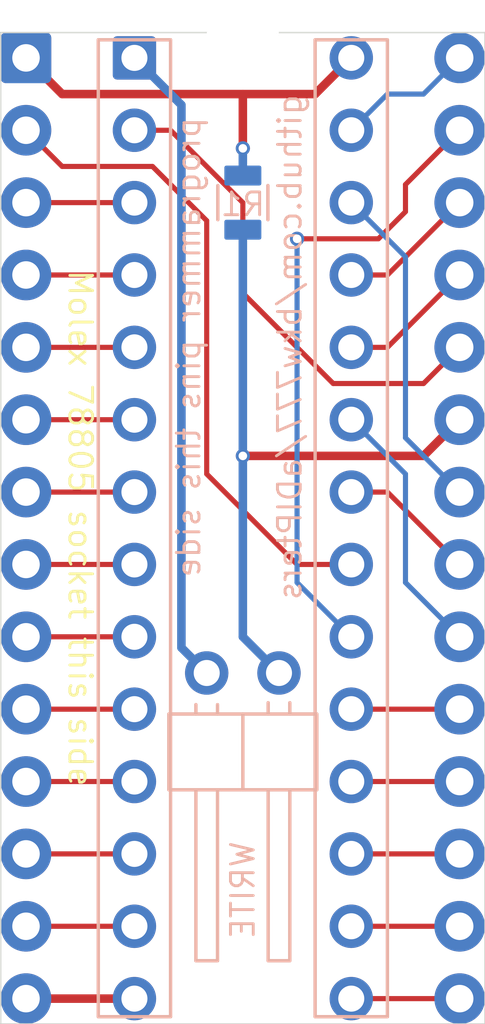
<source format=kicad_pcb>
(kicad_pcb (version 20171130) (host pcbnew 5.1.10-88a1d61d58~88~ubuntu20.10.1)

  (general
    (thickness 1.6)
    (drawings 16)
    (tracks 66)
    (zones 0)
    (modules 5)
    (nets 30)
  )

  (page USLetter)
  (title_block
    (title "M100 option rom 27C256 programming adapter")
    (date 2021-05-02)
    (rev 001)
    (company "Brian K. White - b.kenyon.w@gmail.com")
  )

  (layers
    (0 F.Cu signal)
    (31 B.Cu signal)
    (32 B.Adhes user hide)
    (33 F.Adhes user hide)
    (34 B.Paste user hide)
    (35 F.Paste user hide)
    (36 B.SilkS user)
    (37 F.SilkS user)
    (38 B.Mask user)
    (39 F.Mask user)
    (40 Dwgs.User user hide)
    (41 Cmts.User user hide)
    (42 Eco1.User user hide)
    (43 Eco2.User user hide)
    (44 Edge.Cuts user)
    (45 Margin user hide)
    (46 B.CrtYd user hide)
    (47 F.CrtYd user hide)
    (48 B.Fab user hide)
    (49 F.Fab user hide)
  )

  (setup
    (last_trace_width 0.3)
    (user_trace_width 0.16)
    (user_trace_width 0.2)
    (user_trace_width 0.3)
    (trace_clearance 0.16)
    (zone_clearance 0.508)
    (zone_45_only no)
    (trace_min 0.16)
    (via_size 0.5)
    (via_drill 0.3)
    (via_min_size 0.5)
    (via_min_drill 0.3)
    (uvia_size 0.5)
    (uvia_drill 0.3)
    (uvias_allowed no)
    (uvia_min_size 0.5)
    (uvia_min_drill 0.3)
    (edge_width 0.05)
    (segment_width 0.2)
    (pcb_text_width 0.3)
    (pcb_text_size 1.5 1.5)
    (mod_edge_width 0.12)
    (mod_text_size 1 1)
    (mod_text_width 0.15)
    (pad_size 1.524 1.524)
    (pad_drill 0.9144)
    (pad_to_mask_clearance 0)
    (solder_mask_min_width 0.22)
    (aux_axis_origin 0 0)
    (grid_origin 150 100)
    (visible_elements FFFFFF7F)
    (pcbplotparams
      (layerselection 0x010f0_ffffffff)
      (usegerberextensions true)
      (usegerberattributes false)
      (usegerberadvancedattributes false)
      (creategerberjobfile false)
      (excludeedgelayer true)
      (linewidth 0.100000)
      (plotframeref false)
      (viasonmask false)
      (mode 1)
      (useauxorigin false)
      (hpglpennumber 1)
      (hpglpenspeed 20)
      (hpglpendiameter 15.000000)
      (psnegative false)
      (psa4output false)
      (plotreference true)
      (plotvalue true)
      (plotinvisibletext false)
      (padsonsilk false)
      (subtractmaskfromsilk true)
      (outputformat 1)
      (mirror false)
      (drillshape 0)
      (scaleselection 1)
      (outputdirectory "GERBER_M100_option_rom_27C256_programming_adapter"))
  )

  (net 0 "")
  (net 1 /VCC)
  (net 2 /D3)
  (net 3 /A10)
  (net 4 /D4)
  (net 5 /A7)
  (net 6 /D5)
  (net 7 /A6)
  (net 8 /D6)
  (net 9 /A5)
  (net 10 /D7)
  (net 11 /A4)
  (net 12 /A11)
  (net 13 /A3)
  (net 14 /~OE)
  (net 15 /A2)
  (net 16 /A13)
  (net 17 /A1)
  (net 18 /A0)
  (net 19 /A12)
  (net 20 /D0)
  (net 21 /A9)
  (net 22 /D1)
  (net 23 /A8)
  (net 24 /D2)
  (net 25 /GND)
  (net 26 /A14)
  (net 27 /~CE)
  (net 28 /VPP_VCC)
  (net 29 /VPP)

  (net_class Default "This is the default net class."
    (clearance 0.16)
    (trace_width 0.18)
    (via_dia 0.5)
    (via_drill 0.3)
    (uvia_dia 0.5)
    (uvia_drill 0.3)
    (add_net /A0)
    (add_net /A1)
    (add_net /A10)
    (add_net /A11)
    (add_net /A12)
    (add_net /A13)
    (add_net /A14)
    (add_net /A2)
    (add_net /A3)
    (add_net /A4)
    (add_net /A5)
    (add_net /A6)
    (add_net /A7)
    (add_net /A8)
    (add_net /A9)
    (add_net /D0)
    (add_net /D1)
    (add_net /D2)
    (add_net /D3)
    (add_net /D4)
    (add_net /D5)
    (add_net /D6)
    (add_net /D7)
    (add_net /GND)
    (add_net /VCC)
    (add_net /VPP)
    (add_net /VPP_VCC)
    (add_net /~CE)
    (add_net /~OE)
  )

  (module 000_LOCAL:Molex_78805 (layer F.Cu) (tedit 608EEAE2) (tstamp 5F9F86E2)
    (at 150 100)
    (descr "28-lead though-hole mounted DIP package, row spacing 15.24 mm (600 mils)")
    (tags "THT DIP DIL PDIP 2.54mm 15.24mm 600mil")
    (path /5E5C209E)
    (fp_text reference J1 (at 0 0) (layer F.SilkS) hide
      (effects (font (size 1 1) (thickness 0.15)))
    )
    (fp_text value "Model 100/102/200 Option ROM Socket" (at 0 16.51) (layer F.Fab)
      (effects (font (size 1 1) (thickness 0.15)))
    )
    (fp_text user %R (at 0 0) (layer F.Fab)
      (effects (font (size 1 1) (thickness 0.15)))
    )
    (fp_line (start -8.509 -17.399) (end -8.509 17.399) (layer F.CrtYd) (width 0.01))
    (fp_line (start -8.509 17.399) (end 8.509 17.399) (layer F.CrtYd) (width 0.01))
    (fp_line (start 8.509 17.399) (end 8.509 -17.399) (layer F.CrtYd) (width 0.01))
    (fp_line (start 8.509 -17.399) (end -8.509 -17.399) (layer F.CrtYd) (width 0.01))
    (pad 1 thru_hole roundrect (at -7.62 -16.51) (size 1.778 1.778) (drill 0.9652) (layers *.Cu *.Mask) (roundrect_rratio 0.1)
      (net 1 /VCC))
    (pad 15 thru_hole circle (at 7.62 16.51) (size 1.778 1.778) (drill 0.9652) (layers *.Cu *.Mask)
      (net 2 /D3))
    (pad 2 thru_hole circle (at -7.62 -13.97) (size 1.778 1.778) (drill 0.9652) (layers *.Cu *.Mask)
      (net 3 /A10))
    (pad 16 thru_hole circle (at 7.62 13.97) (size 1.778 1.778) (drill 0.9652) (layers *.Cu *.Mask)
      (net 4 /D4))
    (pad 3 thru_hole circle (at -7.62 -11.43) (size 1.778 1.778) (drill 0.9652) (layers *.Cu *.Mask)
      (net 5 /A7))
    (pad 17 thru_hole circle (at 7.62 11.43) (size 1.778 1.778) (drill 0.9652) (layers *.Cu *.Mask)
      (net 6 /D5))
    (pad 4 thru_hole circle (at -7.62 -8.89) (size 1.778 1.778) (drill 0.9652) (layers *.Cu *.Mask)
      (net 7 /A6))
    (pad 18 thru_hole circle (at 7.62 8.89) (size 1.778 1.778) (drill 0.9652) (layers *.Cu *.Mask)
      (net 8 /D6))
    (pad 5 thru_hole circle (at -7.62 -6.35) (size 1.778 1.778) (drill 0.9652) (layers *.Cu *.Mask)
      (net 9 /A5))
    (pad 19 thru_hole circle (at 7.62 6.35) (size 1.778 1.778) (drill 0.9652) (layers *.Cu *.Mask)
      (net 10 /D7))
    (pad 6 thru_hole circle (at -7.62 -3.81) (size 1.778 1.778) (drill 0.9652) (layers *.Cu *.Mask)
      (net 11 /A4))
    (pad 20 thru_hole circle (at 7.62 3.81) (size 1.778 1.778) (drill 0.9652) (layers *.Cu *.Mask)
      (net 12 /A11))
    (pad 7 thru_hole circle (at -7.62 -1.27) (size 1.778 1.778) (drill 0.9652) (layers *.Cu *.Mask)
      (net 13 /A3))
    (pad 21 thru_hole circle (at 7.62 1.27) (size 1.778 1.778) (drill 0.9652) (layers *.Cu *.Mask)
      (net 14 /~OE))
    (pad 8 thru_hole circle (at -7.62 1.27) (size 1.778 1.778) (drill 0.9652) (layers *.Cu *.Mask)
      (net 15 /A2))
    (pad 22 thru_hole circle (at 7.62 -1.27) (size 1.778 1.778) (drill 0.9652) (layers *.Cu *.Mask)
      (net 16 /A13))
    (pad 9 thru_hole circle (at -7.62 3.81) (size 1.778 1.778) (drill 0.9652) (layers *.Cu *.Mask)
      (net 17 /A1))
    (pad 23 thru_hole circle (at 7.62 -3.81) (size 1.778 1.778) (drill 0.9652) (layers *.Cu *.Mask)
      (net 28 /VPP_VCC))
    (pad 10 thru_hole circle (at -7.62 6.35) (size 1.778 1.778) (drill 0.9652) (layers *.Cu *.Mask)
      (net 18 /A0))
    (pad 24 thru_hole circle (at 7.62 -6.35) (size 1.778 1.778) (drill 0.9652) (layers *.Cu *.Mask)
      (net 19 /A12))
    (pad 11 thru_hole circle (at -7.62 8.89) (size 1.778 1.778) (drill 0.9652) (layers *.Cu *.Mask)
      (net 20 /D0))
    (pad 25 thru_hole circle (at 7.62 -8.89) (size 1.778 1.778) (drill 0.9652) (layers *.Cu *.Mask)
      (net 21 /A9))
    (pad 12 thru_hole circle (at -7.62 11.43) (size 1.778 1.778) (drill 0.9652) (layers *.Cu *.Mask)
      (net 22 /D1))
    (pad 26 thru_hole circle (at 7.62 -11.43) (size 1.778 1.778) (drill 0.9652) (layers *.Cu *.Mask)
      (net 23 /A8))
    (pad 13 thru_hole circle (at -7.62 13.97) (size 1.778 1.778) (drill 0.9652) (layers *.Cu *.Mask)
      (net 24 /D2))
    (pad 27 thru_hole circle (at 7.62 -13.97) (size 1.778 1.778) (drill 0.9652) (layers *.Cu *.Mask)
      (net 27 /~CE))
    (pad 14 thru_hole circle (at -7.62 16.51) (size 1.778 1.778) (drill 0.9652) (layers *.Cu *.Mask)
      (net 25 /GND))
    (pad 28 thru_hole circle (at 7.62 -16.51) (size 1.778 1.778) (drill 0.9652) (layers *.Cu *.Mask)
      (net 26 /A14))
    (model ${KIPRJMOD}/000_LOCAL.pretty/packages3d/Molex_78805.step
      (offset (xyz 0 0 9.906000000000001))
      (scale (xyz 1 1 1))
      (rotate (xyz 0 0 -90))
    )
  )

  (module 000_LOCAL:R_0805 (layer B.Cu) (tedit 5F9E65BE) (tstamp 608F3336)
    (at 150 88.57 90)
    (descr "Resistor SMD 0805, reflow soldering, Vishay (see dcrcw.pdf)")
    (tags "resistor 0805")
    (path /6090F0DE)
    (attr smd)
    (fp_text reference R1 (at -0.06 0 unlocked) (layer B.SilkS)
      (effects (font (size 0.8 0.8) (thickness 0.1)) (justify mirror))
    )
    (fp_text value 47k (at 0 -1.75 90) (layer B.Fab)
      (effects (font (size 1 1) (thickness 0.15)) (justify mirror))
    )
    (fp_text user %R (at 0 0 90) (layer B.Fab)
      (effects (font (size 0.5 0.5) (thickness 0.075)) (justify mirror))
    )
    (fp_line (start -1 -0.62) (end -1 0.62) (layer B.Fab) (width 0.1))
    (fp_line (start 1 -0.62) (end -1 -0.62) (layer B.Fab) (width 0.1))
    (fp_line (start 1 0.62) (end 1 -0.62) (layer B.Fab) (width 0.1))
    (fp_line (start -1 0.62) (end 1 0.62) (layer B.Fab) (width 0.1))
    (fp_line (start 0.6 -0.88) (end -0.6 -0.88) (layer B.SilkS) (width 0.12))
    (fp_line (start -0.6 0.88) (end 0.6 0.88) (layer B.SilkS) (width 0.12))
    (fp_line (start -1.55 0.9) (end 1.55 0.9) (layer B.CrtYd) (width 0.05))
    (fp_line (start -1.55 0.9) (end -1.55 -0.9) (layer B.CrtYd) (width 0.05))
    (fp_line (start 1.55 -0.9) (end 1.55 0.9) (layer B.CrtYd) (width 0.05))
    (fp_line (start 1.55 -0.9) (end -1.55 -0.9) (layer B.CrtYd) (width 0.05))
    (pad 1 smd roundrect (at -0.95 0 90) (size 0.7 1.3) (layers B.Cu B.Paste B.Mask) (roundrect_rratio 0.1)
      (net 28 /VPP_VCC))
    (pad 2 smd roundrect (at 0.95 0 90) (size 0.7 1.3) (layers B.Cu B.Paste B.Mask) (roundrect_rratio 0.1)
      (net 1 /VCC))
    (model ${KIPRJMOD}/000_LOCAL.pretty/packages3d/R_0805_2012Metric.step
      (at (xyz 0 0 0))
      (scale (xyz 1 1 1))
      (rotate (xyz 0 0 0))
    )
  )

  (module 000_LOCAL:Pin_Header_Angled_1x02_Pitch2.54mm (layer B.Cu) (tedit 5F9E6982) (tstamp 608F3325)
    (at 148.73 105.08 270)
    (descr "Through hole angled pin header, 1x02, 2.54mm pitch, 6mm pin length, single row")
    (tags "Through hole angled pin header THT 1x02 2.54mm single row")
    (path /6090DBEE)
    (fp_text reference JP1 (at 4.385 2.27 270) (layer B.SilkS) hide
      (effects (font (size 1 1) (thickness 0.15)) (justify mirror))
    )
    (fp_text value Jumper_2_Bridged (at 4.385 -4.81 270) (layer B.Fab)
      (effects (font (size 1 1) (thickness 0.15)) (justify mirror))
    )
    (fp_text user %R (at 2.77 -1.27) (layer B.Fab)
      (effects (font (size 1 1) (thickness 0.15)) (justify mirror))
    )
    (fp_line (start 2.135 1.27) (end 4.04 1.27) (layer B.Fab) (width 0.1))
    (fp_line (start 4.04 1.27) (end 4.04 -3.81) (layer B.Fab) (width 0.1))
    (fp_line (start 4.04 -3.81) (end 1.5 -3.81) (layer B.Fab) (width 0.1))
    (fp_line (start 1.5 -3.81) (end 1.5 0.635) (layer B.Fab) (width 0.1))
    (fp_line (start 1.5 0.635) (end 2.135 1.27) (layer B.Fab) (width 0.1))
    (fp_line (start -0.32 0.32) (end 1.5 0.32) (layer B.Fab) (width 0.1))
    (fp_line (start -0.32 0.32) (end -0.32 -0.32) (layer B.Fab) (width 0.1))
    (fp_line (start -0.32 -0.32) (end 1.5 -0.32) (layer B.Fab) (width 0.1))
    (fp_line (start 4.04 0.32) (end 10.04 0.32) (layer B.Fab) (width 0.1))
    (fp_line (start 10.04 0.32) (end 10.04 -0.32) (layer B.Fab) (width 0.1))
    (fp_line (start 4.04 -0.32) (end 10.04 -0.32) (layer B.Fab) (width 0.1))
    (fp_line (start -0.32 -2.22) (end 1.5 -2.22) (layer B.Fab) (width 0.1))
    (fp_line (start -0.32 -2.22) (end -0.32 -2.86) (layer B.Fab) (width 0.1))
    (fp_line (start -0.32 -2.86) (end 1.5 -2.86) (layer B.Fab) (width 0.1))
    (fp_line (start 4.04 -2.22) (end 10.04 -2.22) (layer B.Fab) (width 0.1))
    (fp_line (start 10.04 -2.22) (end 10.04 -2.86) (layer B.Fab) (width 0.1))
    (fp_line (start 4.04 -2.86) (end 10.04 -2.86) (layer B.Fab) (width 0.1))
    (fp_line (start 1.44 1.33) (end 1.44 -3.87) (layer B.SilkS) (width 0.12))
    (fp_line (start 1.44 -3.87) (end 4.1 -3.87) (layer B.SilkS) (width 0.12))
    (fp_line (start 4.1 -3.87) (end 4.1 1.33) (layer B.SilkS) (width 0.12))
    (fp_line (start 4.1 1.33) (end 1.44 1.33) (layer B.SilkS) (width 0.12))
    (fp_line (start 4.1 0.38) (end 10.1 0.38) (layer B.SilkS) (width 0.12))
    (fp_line (start 10.1 0.38) (end 10.1 -0.38) (layer B.SilkS) (width 0.12))
    (fp_line (start 10.1 -0.38) (end 4.1 -0.38) (layer B.SilkS) (width 0.12))
    (fp_line (start 1.11 0.38) (end 1.44 0.38) (layer B.SilkS) (width 0.12))
    (fp_line (start 1.11 -0.38) (end 1.44 -0.38) (layer B.SilkS) (width 0.12))
    (fp_line (start 1.44 -1.27) (end 4.1 -1.27) (layer B.SilkS) (width 0.12))
    (fp_line (start 4.1 -2.16) (end 10.1 -2.16) (layer B.SilkS) (width 0.12))
    (fp_line (start 10.1 -2.16) (end 10.1 -2.92) (layer B.SilkS) (width 0.12))
    (fp_line (start 10.1 -2.92) (end 4.1 -2.92) (layer B.SilkS) (width 0.12))
    (fp_line (start 1.042929 -2.16) (end 1.44 -2.16) (layer B.SilkS) (width 0.12))
    (fp_line (start 1.042929 -2.92) (end 1.44 -2.92) (layer B.SilkS) (width 0.12))
    (fp_line (start -1.8 1.8) (end -1.8 -4.35) (layer B.CrtYd) (width 0.05))
    (fp_line (start -1.8 -4.35) (end 10.55 -4.35) (layer B.CrtYd) (width 0.05))
    (fp_line (start 10.55 -4.35) (end 10.55 1.8) (layer B.CrtYd) (width 0.05))
    (fp_line (start 10.55 1.8) (end -1.8 1.8) (layer B.CrtYd) (width 0.05))
    (pad 1 thru_hole circle (at 0 0 270) (size 1.524 1.524) (drill 0.9144) (layers *.Cu *.Mask)
      (net 29 /VPP))
    (pad 2 thru_hole circle (at 0 -2.54 270) (size 1.524 1.524) (drill 0.9144) (layers *.Cu *.Mask)
      (net 28 /VPP_VCC))
    (model ${KIPRJMOD}/000_LOCAL.pretty/packages3d/PinHeader_1x02_P2.54mm_Horizontal.step
      (at (xyz 0 0 0))
      (scale (xyz 1 1 1))
      (rotate (xyz 0 0 0))
    )
  )

  (module 000_LOCAL:NPTH_0.1 (layer F.Cu) (tedit 5F9F8E45) (tstamp 5FA020CD)
    (at 150 82.728)
    (fp_text reference "polarity notch" (at 0 2.54) (layer F.SilkS) hide
      (effects (font (size 1.27 1.27) (thickness 0.127)))
    )
    (fp_text value NPTH_0.1 (at 0 -2.54) (layer F.Fab)
      (effects (font (size 1.27 1.27) (thickness 0.0127)))
    )
    (pad "" np_thru_hole circle (at 0 0) (size 2.54 2.54) (drill 2.54) (layers *.Cu *.Mask))
  )

  (module 000_LOCAL:2x28_0.3_0.1_pins (layer F.Cu) (tedit 5F9F8BDA) (tstamp 5F9FEEEA)
    (at 150 100)
    (descr "28-lead though-hole mounted DIP package, row spacing 15.24 mm (600 mils)")
    (tags "THT DIP DIL PDIP 2.54mm 15.24mm 600mil")
    (path /5E5B130A)
    (fp_text reference U1 (at 0 0) (layer F.SilkS) hide
      (effects (font (size 1 1) (thickness 0.15)))
    )
    (fp_text value "27C256 pinout to programmer" (at 0 16.51) (layer F.Fab)
      (effects (font (size 1 1) (thickness 0.15)))
    )
    (fp_line (start -8.382 -17.272) (end -8.382 17.272) (layer F.CrtYd) (width 0.01))
    (fp_line (start -8.382 17.272) (end 8.382 17.272) (layer F.CrtYd) (width 0.01))
    (fp_line (start 8.382 17.272) (end 8.382 -17.272) (layer F.CrtYd) (width 0.01))
    (fp_line (start 8.382 -17.272) (end -8.382 -17.272) (layer F.CrtYd) (width 0.01))
    (fp_text user %R (at 0 0) (layer F.Fab)
      (effects (font (size 1 1) (thickness 0.15)))
    )
    (pad 1 thru_hole roundrect (at -3.81 -16.51) (size 1.524 1.524) (drill 0.9144) (layers *.Cu *.Mask) (roundrect_rratio 0.1)
      (net 29 /VPP))
    (pad 15 thru_hole circle (at 3.81 16.51) (size 1.524 1.524) (drill 0.9144) (layers *.Cu *.Mask)
      (net 2 /D3))
    (pad 2 thru_hole circle (at -3.81 -13.97) (size 1.524 1.524) (drill 0.9144) (layers *.Cu *.Mask)
      (net 19 /A12))
    (pad 16 thru_hole circle (at 3.81 13.97) (size 1.524 1.524) (drill 0.9144) (layers *.Cu *.Mask)
      (net 4 /D4))
    (pad 3 thru_hole circle (at -3.81 -11.43) (size 1.524 1.524) (drill 0.9144) (layers *.Cu *.Mask)
      (net 5 /A7))
    (pad 17 thru_hole circle (at 3.81 11.43) (size 1.524 1.524) (drill 0.9144) (layers *.Cu *.Mask)
      (net 6 /D5))
    (pad 4 thru_hole circle (at -3.81 -8.89) (size 1.524 1.524) (drill 0.9144) (layers *.Cu *.Mask)
      (net 7 /A6))
    (pad 18 thru_hole circle (at 3.81 8.89) (size 1.524 1.524) (drill 0.9144) (layers *.Cu *.Mask)
      (net 8 /D6))
    (pad 5 thru_hole circle (at -3.81 -6.35) (size 1.524 1.524) (drill 0.9144) (layers *.Cu *.Mask)
      (net 9 /A5))
    (pad 19 thru_hole circle (at 3.81 6.35) (size 1.524 1.524) (drill 0.9144) (layers *.Cu *.Mask)
      (net 10 /D7))
    (pad 6 thru_hole circle (at -3.81 -3.81) (size 1.524 1.524) (drill 0.9144) (layers *.Cu *.Mask)
      (net 11 /A4))
    (pad 20 thru_hole circle (at 3.81 3.81) (size 1.524 1.524) (drill 0.9144) (layers *.Cu *.Mask)
      (net 27 /~CE))
    (pad 7 thru_hole circle (at -3.81 -1.27) (size 1.524 1.524) (drill 0.9144) (layers *.Cu *.Mask)
      (net 13 /A3))
    (pad 21 thru_hole circle (at 3.81 1.27) (size 1.524 1.524) (drill 0.9144) (layers *.Cu *.Mask)
      (net 3 /A10))
    (pad 8 thru_hole circle (at -3.81 1.27) (size 1.524 1.524) (drill 0.9144) (layers *.Cu *.Mask)
      (net 15 /A2))
    (pad 22 thru_hole circle (at 3.81 -1.27) (size 1.524 1.524) (drill 0.9144) (layers *.Cu *.Mask)
      (net 14 /~OE))
    (pad 9 thru_hole circle (at -3.81 3.81) (size 1.524 1.524) (drill 0.9144) (layers *.Cu *.Mask)
      (net 17 /A1))
    (pad 23 thru_hole circle (at 3.81 -3.81) (size 1.524 1.524) (drill 0.9144) (layers *.Cu *.Mask)
      (net 12 /A11))
    (pad 10 thru_hole circle (at -3.81 6.35) (size 1.524 1.524) (drill 0.9144) (layers *.Cu *.Mask)
      (net 18 /A0))
    (pad 24 thru_hole circle (at 3.81 -6.35) (size 1.524 1.524) (drill 0.9144) (layers *.Cu *.Mask)
      (net 21 /A9))
    (pad 11 thru_hole circle (at -3.81 8.89) (size 1.524 1.524) (drill 0.9144) (layers *.Cu *.Mask)
      (net 20 /D0))
    (pad 25 thru_hole circle (at 3.81 -8.89) (size 1.524 1.524) (drill 0.9144) (layers *.Cu *.Mask)
      (net 23 /A8))
    (pad 12 thru_hole circle (at -3.81 11.43) (size 1.524 1.524) (drill 0.9144) (layers *.Cu *.Mask)
      (net 22 /D1))
    (pad 26 thru_hole circle (at 3.81 -11.43) (size 1.524 1.524) (drill 0.9144) (layers *.Cu *.Mask)
      (net 16 /A13))
    (pad 13 thru_hole circle (at -3.81 13.97) (size 1.524 1.524) (drill 0.9144) (layers *.Cu *.Mask)
      (net 24 /D2))
    (pad 27 thru_hole circle (at 3.81 -13.97) (size 1.524 1.524) (drill 0.9144) (layers *.Cu *.Mask)
      (net 26 /A14))
    (pad 14 thru_hole circle (at -3.81 16.51) (size 1.524 1.524) (drill 0.9144) (layers *.Cu *.Mask)
      (net 25 /GND))
    (pad 28 thru_hole circle (at 3.81 -16.51) (size 1.524 1.524) (drill 0.9144) (layers *.Cu *.Mask)
      (net 1 /VCC))
    (model ${KIPRJMOD}/000_LOCAL.pretty/packages3d/PinHeader_1x14_P2.54mm_Vertical.step
      (offset (xyz 3.81 16.51 -1.7272))
      (scale (xyz 1 1 1))
      (rotate (xyz 0 180 0))
    )
    (model ${KIPRJMOD}/000_LOCAL.pretty/packages3d/PinHeader_1x14_P2.54mm_Vertical.step
      (offset (xyz -3.81 16.51 -1.7272))
      (scale (xyz 1 1 1))
      (rotate (xyz 0 180 0))
    )
  )

  (gr_text WRITE (at 150 112.7 90) (layer B.SilkS) (tstamp 608F5BAF)
    (effects (font (size 0.8 0.8) (thickness 0.1)) (justify mirror))
  )
  (gr_text github.com/bkw777/aDIPters (at 151.651 93.65 90) (layer B.SilkS)
    (effects (font (size 0.8 0.8) (thickness 0.1)) (justify mirror))
  )
  (gr_text "Molex 78805 socket this side" (at 144.285 100 -90) (layer F.SilkS) (tstamp 608F58DF)
    (effects (font (size 0.8 0.8) (thickness 0.1)))
  )
  (gr_text "programmer pins this side" (at 148.095 93.65 90) (layer B.SilkS)
    (effects (font (size 0.8 0.8) (thickness 0.1)) (justify mirror))
  )
  (gr_line (start 144.92 82.855) (end 147.46 82.855) (layer B.SilkS) (width 0.12) (tstamp 5F9FDD21))
  (gr_line (start 144.92 117.145) (end 144.92 82.855) (layer B.SilkS) (width 0.12))
  (gr_line (start 147.46 117.145) (end 144.92 117.145) (layer B.SilkS) (width 0.12))
  (gr_line (start 147.46 82.855) (end 147.46 117.145) (layer B.SilkS) (width 0.12))
  (gr_line (start 152.54 82.855) (end 155.08 82.855) (layer B.SilkS) (width 0.12) (tstamp 5F9FDD0B))
  (gr_line (start 152.54 117.145) (end 152.54 82.855) (layer B.SilkS) (width 0.12))
  (gr_line (start 155.08 117.145) (end 152.54 117.145) (layer B.SilkS) (width 0.12))
  (gr_line (start 155.08 82.855) (end 155.08 117.145) (layer B.SilkS) (width 0.12))
  (gr_line (start 141.491 117.399) (end 141.491 82.601) (layer Edge.Cuts) (width 0.05) (tstamp 5E36F1C6))
  (gr_line (start 158.509 82.601) (end 158.509 117.399) (layer Edge.Cuts) (width 0.05) (tstamp 5E36F1C5))
  (gr_line (start 141.491 82.601) (end 158.509 82.601) (layer Edge.Cuts) (width 0.05))
  (gr_line (start 141.491 117.399) (end 158.509 117.399) (layer Edge.Cuts) (width 0.05))

  (via (at 150 86.665) (size 0.5) (drill 0.3) (layers F.Cu B.Cu) (net 1))
  (segment (start 152.54 84.76) (end 153.81 83.49) (width 0.3) (layer F.Cu) (net 1))
  (segment (start 143.65 84.76) (end 152.54 84.76) (width 0.3) (layer F.Cu) (net 1))
  (segment (start 142.38 83.49) (end 143.65 84.76) (width 0.3) (layer F.Cu) (net 1))
  (segment (start 150 86.665) (end 150 84.76) (width 0.3) (layer F.Cu) (net 1))
  (segment (start 150 86.665) (end 150 87.62) (width 0.3) (layer B.Cu) (net 1))
  (segment (start 153.81 116.51) (end 157.62 116.51) (width 0.18) (layer F.Cu) (net 2))
  (segment (start 151.905 101.27) (end 153.81 101.27) (width 0.18) (layer F.Cu) (net 3))
  (segment (start 148.73 98.095) (end 151.905 101.27) (width 0.18) (layer F.Cu) (net 3))
  (segment (start 148.73 89.205) (end 148.73 98.095) (width 0.18) (layer F.Cu) (net 3))
  (segment (start 146.825 87.3) (end 148.73 89.205) (width 0.18) (layer F.Cu) (net 3))
  (segment (start 143.65 87.3) (end 146.825 87.3) (width 0.18) (layer F.Cu) (net 3))
  (segment (start 142.38 86.03) (end 143.65 87.3) (width 0.18) (layer F.Cu) (net 3))
  (segment (start 153.81 113.97) (end 157.62 113.97) (width 0.18) (layer F.Cu) (net 4))
  (segment (start 142.38 88.57) (end 146.19 88.57) (width 0.18) (layer F.Cu) (net 5))
  (segment (start 153.81 111.43) (end 157.62 111.43) (width 0.18) (layer F.Cu) (net 6))
  (segment (start 142.38 91.11) (end 146.19 91.11) (width 0.18) (layer F.Cu) (net 7))
  (segment (start 153.81 108.89) (end 157.62 108.89) (width 0.18) (layer F.Cu) (net 8))
  (segment (start 142.38 93.65) (end 146.19 93.65) (width 0.18) (layer F.Cu) (net 9))
  (segment (start 153.81 106.35) (end 157.62 106.35) (width 0.18) (layer F.Cu) (net 10))
  (segment (start 142.38 96.19) (end 146.19 96.19) (width 0.18) (layer F.Cu) (net 11))
  (segment (start 155.715 98.095) (end 153.81 96.19) (width 0.18) (layer B.Cu) (net 12))
  (segment (start 155.715 101.905) (end 155.715 98.095) (width 0.18) (layer B.Cu) (net 12))
  (segment (start 157.62 103.81) (end 155.715 101.905) (width 0.18) (layer B.Cu) (net 12))
  (segment (start 142.38 98.73) (end 146.19 98.73) (width 0.18) (layer F.Cu) (net 13))
  (segment (start 155.08 98.73) (end 153.81 98.73) (width 0.18) (layer F.Cu) (net 14))
  (segment (start 157.62 101.27) (end 155.08 98.73) (width 0.18) (layer F.Cu) (net 14))
  (segment (start 142.38 101.27) (end 146.19 101.27) (width 0.18) (layer F.Cu) (net 15))
  (segment (start 155.715 90.475) (end 153.81 88.57) (width 0.18) (layer B.Cu) (net 16))
  (segment (start 155.715 96.825) (end 155.715 90.475) (width 0.18) (layer B.Cu) (net 16))
  (segment (start 157.62 98.73) (end 155.715 96.825) (width 0.18) (layer B.Cu) (net 16))
  (segment (start 142.38 103.81) (end 146.19 103.81) (width 0.18) (layer F.Cu) (net 17))
  (segment (start 142.38 106.35) (end 146.19 106.35) (width 0.18) (layer F.Cu) (net 18))
  (segment (start 147.46 86.03) (end 146.19 86.03) (width 0.18) (layer F.Cu) (net 19))
  (segment (start 150 88.57) (end 147.46 86.03) (width 0.18) (layer F.Cu) (net 19))
  (segment (start 150 91.745) (end 150 88.57) (width 0.18) (layer F.Cu) (net 19))
  (segment (start 153.175 94.92) (end 150 91.745) (width 0.18) (layer F.Cu) (net 19))
  (segment (start 156.35 94.92) (end 153.175 94.92) (width 0.18) (layer F.Cu) (net 19))
  (segment (start 157.62 93.65) (end 156.35 94.92) (width 0.18) (layer F.Cu) (net 19))
  (segment (start 142.38 108.89) (end 146.19 108.89) (width 0.18) (layer F.Cu) (net 20))
  (segment (start 153.81 93.65) (end 155.08 93.65) (width 0.18) (layer F.Cu) (net 21))
  (segment (start 155.08 93.65) (end 157.62 91.11) (width 0.18) (layer F.Cu) (net 21))
  (segment (start 142.38 111.43) (end 146.19 111.43) (width 0.18) (layer F.Cu) (net 22))
  (segment (start 155.08 91.11) (end 157.62 88.57) (width 0.18) (layer F.Cu) (net 23))
  (segment (start 153.81 91.11) (end 155.08 91.11) (width 0.18) (layer F.Cu) (net 23))
  (segment (start 142.38 113.97) (end 146.19 113.97) (width 0.18) (layer F.Cu) (net 24))
  (segment (start 142.38 116.51) (end 146.19 116.51) (width 0.3) (layer F.Cu) (net 25))
  (segment (start 156.35 84.76) (end 157.62 83.49) (width 0.18) (layer B.Cu) (net 26))
  (segment (start 155.08 84.76) (end 156.35 84.76) (width 0.18) (layer B.Cu) (net 26))
  (segment (start 153.81 86.03) (end 155.08 84.76) (width 0.18) (layer B.Cu) (net 26))
  (segment (start 151.905 101.905) (end 153.81 103.81) (width 0.18) (layer B.Cu) (net 27))
  (segment (start 151.905 89.84) (end 151.905 101.905) (width 0.18) (layer B.Cu) (net 27))
  (via (at 151.905 89.84) (size 0.5) (drill 0.3) (layers F.Cu B.Cu) (net 27))
  (segment (start 155.715 87.935) (end 157.62 86.03) (width 0.18) (layer F.Cu) (net 27))
  (segment (start 155.715 88.8875) (end 155.715 87.935) (width 0.18) (layer F.Cu) (net 27))
  (segment (start 154.7625 89.84) (end 155.715 88.8875) (width 0.18) (layer F.Cu) (net 27))
  (segment (start 151.905 89.84) (end 154.7625 89.84) (width 0.18) (layer F.Cu) (net 27))
  (via (at 150 97.46) (size 0.5) (drill 0.3) (layers F.Cu B.Cu) (net 28))
  (segment (start 156.35 97.46) (end 157.62 96.19) (width 0.3) (layer F.Cu) (net 28))
  (segment (start 150 97.46) (end 156.35 97.46) (width 0.3) (layer F.Cu) (net 28))
  (segment (start 150 103.81) (end 151.27 105.08) (width 0.3) (layer B.Cu) (net 28))
  (segment (start 150 97.46) (end 150 103.81) (width 0.3) (layer B.Cu) (net 28))
  (segment (start 150 89.52) (end 150 97.46) (width 0.3) (layer B.Cu) (net 28))
  (segment (start 147.841 85.141) (end 146.19 83.49) (width 0.3) (layer B.Cu) (net 29))
  (segment (start 147.841 104.191) (end 147.841 85.141) (width 0.3) (layer B.Cu) (net 29))
  (segment (start 148.73 105.08) (end 147.841 104.191) (width 0.3) (layer B.Cu) (net 29))

)

</source>
